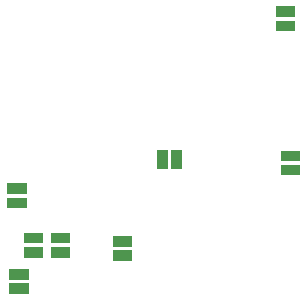
<source format=gbr>
G04 start of page 11 for group -4014 idx -4014 *
G04 Title: controlboard_2.3, bottompaste *
G04 Creator: pcb.exe 20130205 *
G04 CreationDate: 26.2.2018 13.50.51 UTC *
G04 Format: Gerber/RS-274X *
G04 PCB-Dimensions (mm): 183.00 105.00 *
G04 PCB-Coordinate-Origin: lower left *
%MOMM*%
%FSLAX43Y43*%
%LNBOTTOMPASTE*%
%ADD1137R,0.889X0.889*%
G54D1137*X123105Y49472D02*X123867D01*
X123118Y48263D02*X123880D01*
X126788Y45281D02*X127550D01*
X126801Y44072D02*X127563D01*
X124502Y45281D02*X125264D01*
X124515Y44072D02*X125277D01*
X123275Y41021D02*X124037D01*
X123262Y42230D02*X124024D01*
X146262Y51054D02*X147024D01*
X146249Y52263D02*X147011D01*
X132038Y43815D02*X132800D01*
X132025Y45024D02*X132787D01*
X135792Y52337D02*Y51575D01*
X137001Y52350D02*Y51588D01*
X145838Y64458D02*X146600D01*
X145851Y63249D02*X146613D01*
M02*

</source>
